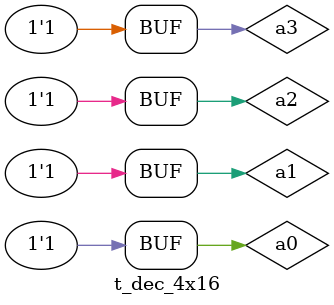
<source format=v>
module t_dec_4x16();
wire [15:0] y;
reg a0,a1,a2,a3;

dec_4x16 m1(y,a0,a1,a2,a3);

initial begin
a0=0;a1=0;a2=0;a3=0;
#5 a0=1;a1=0;a2=0;a3=0;
#5 a0=0;a1=0;a2=0;a3=1;
#5 a0=1;a1=1;a2=1;a3=1;
end
endmodule
</source>
